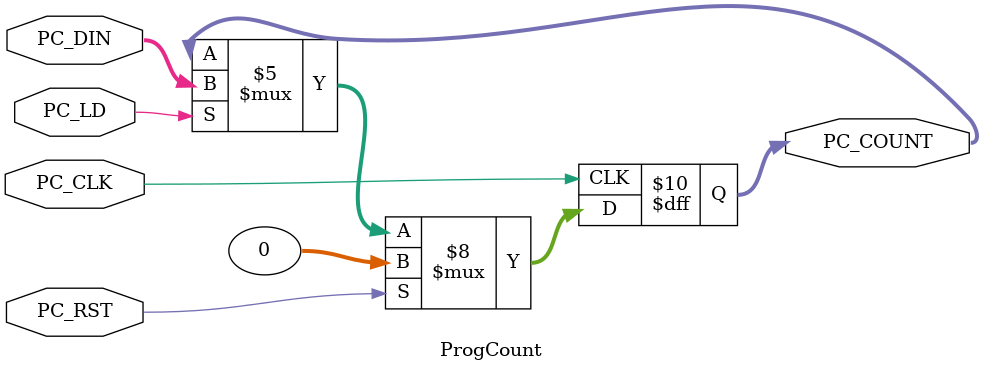
<source format=sv>
`timescale 1ns / 1ps


module ProgCount (
    input PC_CLK,
    input PC_RST,
    input PC_LD,
    input logic [31:0] PC_DIN,
    output logic [31:0] PC_COUNT = 0
);

    always_ff @(posedge PC_CLK) begin
        if (PC_RST == 1'b1) PC_COUNT <= '0;
        else if (PC_LD == 1'b1) PC_COUNT <= PC_DIN;
    end

endmodule

</source>
